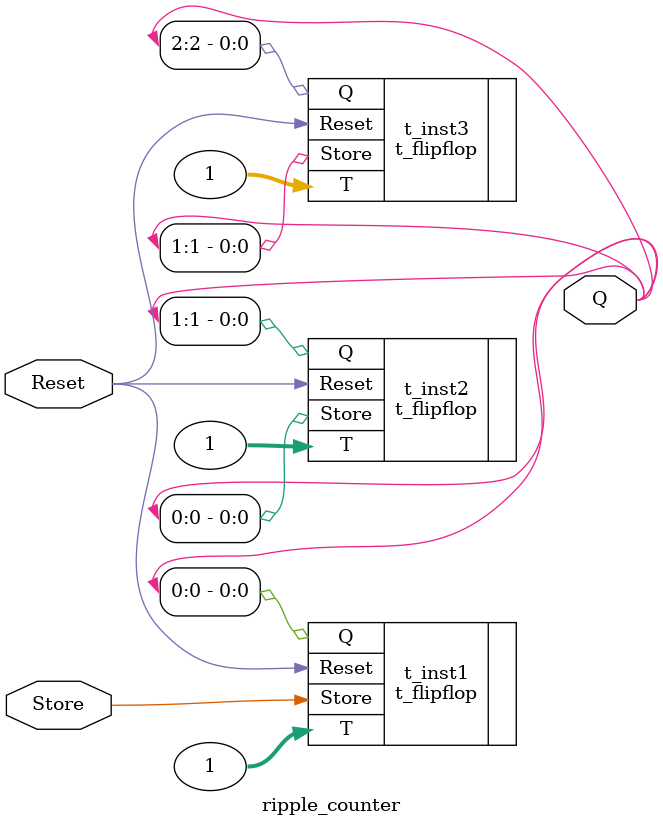
<source format=v>
module ripple_counter(
    input Store, Reset,     // store is or clock we save on the posedge of store( clock)
    output [2:0] Q
);

    wire w1, w2;

    t_flipflop t_inst1(
        .T(1),
        .Reset(Reset),
        .Store(Store),
        .Q(Q[0])
    );
    
    t_flipflop t_inst2(
        .T(1),
        .Reset(Reset),
        .Store(Q[0]),
        .Q(Q[1])
    );
    
    t_flipflop t_inst3(
        .T(1),
        .Reset(Reset),
        .Store(Q[1]),
        .Q(Q[2])
    );


endmodule

</source>
